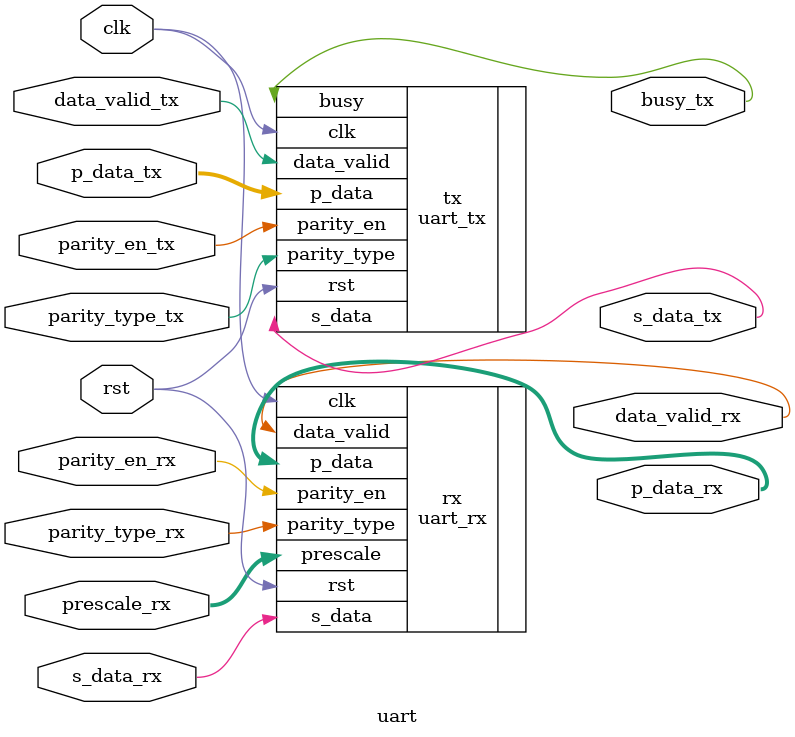
<source format=v>
module uart #(parameter DWIDTH =8, PWIDTH =6)(clk, rst, p_data_tx, data_valid_tx, parity_en_tx, parity_type_tx, s_data_rx, parity_type_rx, parity_en_rx, prescale_rx, s_data_tx, busy_tx, p_data_rx, data_valid_rx);
    input clk, rst;
    input [DWIDTH-1:0]p_data_tx;    //transmitter input
    input data_valid_tx;
    input parity_en_tx, parity_type_tx;

    input s_data_rx;                //receiver input
    input parity_type_rx, parity_en_rx; 
    input [PWIDTH-1:0]prescale_rx;

    output s_data_tx;               //transmitter output
    output busy_tx;
    
    output [DWIDTH-1:0]p_data_rx;   //receiver output
    output data_valid_rx; 

    uart_tx #(DWIDTH)tx(
            .clk(clk), 
            .rst(rst),
            .p_data(p_data_tx), 
            .data_valid(data_valid_tx), 
            .parity_en(parity_en_tx),
            .parity_type(parity_type_tx), 
            .s_data(s_data_tx),
            .busy(busy_tx)
    );

    uart_rx #(DWIDTH, PWIDTH)rx(
            .clk(clk), 
            .rst(rst),
            .s_data(s_data_rx), 
            .parity_type(parity_type_rx), 
            .parity_en(parity_en_rx), 
            .prescale(prescale_rx),
            .p_data(p_data_rx),
            .data_valid(data_valid_rx)
    );
endmodule
</source>
